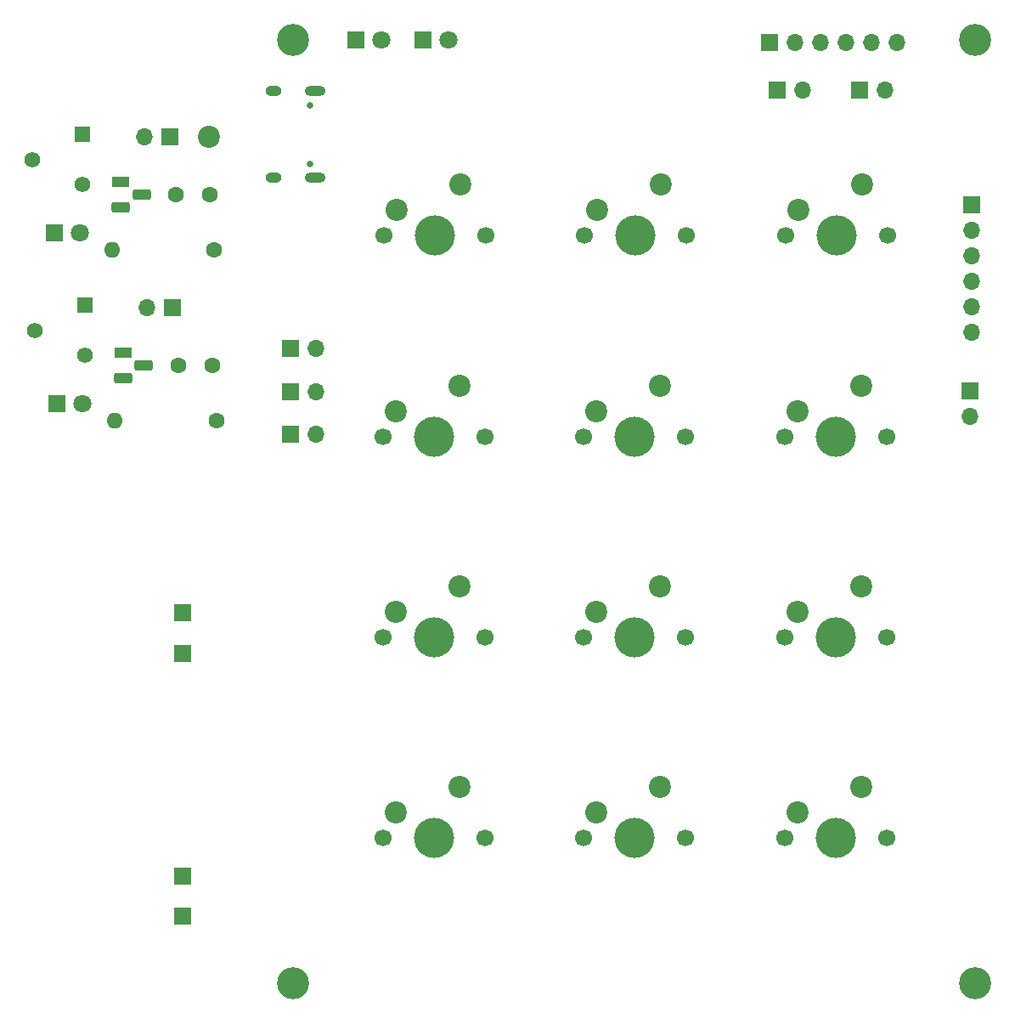
<source format=gbr>
%TF.GenerationSoftware,KiCad,Pcbnew,8.0.3*%
%TF.CreationDate,2024-09-19T18:37:29+03:00*%
%TF.ProjectId,JLC8,4a4c4338-2e6b-4696-9361-645f70636258,rev?*%
%TF.SameCoordinates,Original*%
%TF.FileFunction,Soldermask,Bot*%
%TF.FilePolarity,Negative*%
%FSLAX46Y46*%
G04 Gerber Fmt 4.6, Leading zero omitted, Abs format (unit mm)*
G04 Created by KiCad (PCBNEW 8.0.3) date 2024-09-19 18:37:29*
%MOMM*%
%LPD*%
G01*
G04 APERTURE LIST*
G04 Aperture macros list*
%AMRoundRect*
0 Rectangle with rounded corners*
0 $1 Rounding radius*
0 $2 $3 $4 $5 $6 $7 $8 $9 X,Y pos of 4 corners*
0 Add a 4 corners polygon primitive as box body*
4,1,4,$2,$3,$4,$5,$6,$7,$8,$9,$2,$3,0*
0 Add four circle primitives for the rounded corners*
1,1,$1+$1,$2,$3*
1,1,$1+$1,$4,$5*
1,1,$1+$1,$6,$7*
1,1,$1+$1,$8,$9*
0 Add four rect primitives between the rounded corners*
20,1,$1+$1,$2,$3,$4,$5,0*
20,1,$1+$1,$4,$5,$6,$7,0*
20,1,$1+$1,$6,$7,$8,$9,0*
20,1,$1+$1,$8,$9,$2,$3,0*%
G04 Aperture macros list end*
%ADD10C,3.200000*%
%ADD11C,1.700000*%
%ADD12C,4.000000*%
%ADD13C,2.200000*%
%ADD14R,1.800000X1.100000*%
%ADD15RoundRect,0.275000X-0.625000X0.275000X-0.625000X-0.275000X0.625000X-0.275000X0.625000X0.275000X0*%
%ADD16R,1.700000X1.700000*%
%ADD17O,1.700000X1.700000*%
%ADD18C,1.600000*%
%ADD19R,1.800000X1.800000*%
%ADD20C,1.800000*%
%ADD21O,1.600000X1.600000*%
%ADD22C,0.650000*%
%ADD23O,2.100000X1.000000*%
%ADD24O,1.600000X1.000000*%
%ADD25R,1.560000X1.560000*%
%ADD26C,1.560000*%
G04 APERTURE END LIST*
D10*
%TO.C,REF\u002A\u002A*%
X128756050Y-53467179D03*
%TD*%
D11*
%TO.C,SW4*%
X137756050Y-92967179D03*
D12*
X142836050Y-92967179D03*
D11*
X147916050Y-92967179D03*
D13*
X145376050Y-87887179D03*
X139026050Y-90427179D03*
%TD*%
D14*
%TO.C,Q7*%
X111831050Y-84637179D03*
D15*
X113901050Y-85907179D03*
X111831050Y-87177179D03*
%TD*%
D16*
%TO.C,J3*%
X196381050Y-69867179D03*
D17*
X196381050Y-72407179D03*
X196381050Y-74947179D03*
X196381050Y-77487179D03*
X196381050Y-80027179D03*
X196381050Y-82567179D03*
%TD*%
D18*
%TO.C,R3*%
X117102370Y-68888499D03*
X120502370Y-68888499D03*
%TD*%
%TO.C,R3*%
X117351050Y-85907179D03*
X120751050Y-85907179D03*
%TD*%
D16*
%TO.C,REF\u002A\u002A*%
X128481050Y-92717179D03*
D17*
X131021050Y-92717179D03*
%TD*%
D11*
%TO.C,SW10*%
X177756050Y-112967179D03*
D12*
X182836050Y-112967179D03*
D11*
X187916050Y-112967179D03*
D13*
X185376050Y-107887179D03*
X179026050Y-110427179D03*
%TD*%
D10*
%TO.C,REF\u002A\u002A*%
X196756050Y-147467179D03*
%TD*%
D13*
%TO.C,REF\u002A\u002A*%
X120351050Y-63107179D03*
%TD*%
D11*
%TO.C,SW2*%
X157836050Y-72967179D03*
D12*
X162916050Y-72967179D03*
D11*
X167996050Y-72967179D03*
D13*
X165456050Y-67887179D03*
X159106050Y-70427179D03*
%TD*%
D19*
%TO.C,D2*%
X141731050Y-53467179D03*
D20*
X144271050Y-53467179D03*
%TD*%
D16*
%TO.C,J3*%
X117769250Y-114587179D03*
%TD*%
D18*
%TO.C,R14*%
X120912370Y-74388499D03*
D21*
X110752370Y-74388499D03*
%TD*%
D22*
%TO.C,J1*%
X130436050Y-59997179D03*
X130436050Y-65777179D03*
D23*
X130966050Y-58567179D03*
D24*
X126786050Y-58567179D03*
D23*
X130966050Y-67207179D03*
D24*
X126786050Y-67207179D03*
%TD*%
D11*
%TO.C,SW13*%
X177756050Y-132967179D03*
D12*
X182836050Y-132967179D03*
D11*
X187916050Y-132967179D03*
D13*
X185376050Y-127887179D03*
X179026050Y-130427179D03*
%TD*%
D16*
%TO.C,J2*%
X117769250Y-110537179D03*
%TD*%
%TO.C,J3*%
X117769250Y-140787179D03*
%TD*%
D11*
%TO.C,SW9*%
X157756050Y-112967179D03*
D12*
X162836050Y-112967179D03*
D11*
X167916050Y-112967179D03*
D13*
X165376050Y-107887179D03*
X159026050Y-110427179D03*
%TD*%
D14*
%TO.C,Q7*%
X111582370Y-67618499D03*
D15*
X113652370Y-68888499D03*
X111582370Y-70158499D03*
%TD*%
D16*
%TO.C,J2*%
X176256050Y-53717179D03*
D17*
X178796050Y-53717179D03*
X181336050Y-53717179D03*
X183876050Y-53717179D03*
X186416050Y-53717179D03*
X188956050Y-53717179D03*
%TD*%
D10*
%TO.C,REF\u002A\u002A*%
X128756050Y-147467179D03*
%TD*%
D16*
%TO.C,BT1*%
X116776050Y-80157179D03*
D17*
X114236050Y-80157179D03*
%TD*%
D11*
%TO.C,SW7*%
X177756050Y-92967179D03*
D12*
X182836050Y-92967179D03*
D11*
X187916050Y-92967179D03*
D13*
X185376050Y-87887179D03*
X179026050Y-90427179D03*
%TD*%
D19*
%TO.C,D8*%
X105226050Y-89657179D03*
D20*
X107766050Y-89657179D03*
%TD*%
D11*
%TO.C,SW6*%
X157756050Y-92967179D03*
D12*
X162836050Y-92967179D03*
D11*
X167916050Y-92967179D03*
D13*
X165376050Y-87887179D03*
X159026050Y-90427179D03*
%TD*%
D19*
%TO.C,D1*%
X135006050Y-53467179D03*
D20*
X137546050Y-53467179D03*
%TD*%
D11*
%TO.C,SW1*%
X137836050Y-72967179D03*
D12*
X142916050Y-72967179D03*
D11*
X147996050Y-72967179D03*
D13*
X145456050Y-67887179D03*
X139106050Y-70427179D03*
%TD*%
D18*
%TO.C,R14*%
X121161050Y-91407179D03*
D21*
X111001050Y-91407179D03*
%TD*%
D16*
%TO.C,REF\u002A\u002A*%
X196256050Y-88442179D03*
D17*
X196256050Y-90982179D03*
%TD*%
D16*
%TO.C,J2*%
X117769250Y-136737179D03*
%TD*%
%TO.C,REF\u002A\u002A*%
X185231050Y-58467179D03*
D17*
X187771050Y-58467179D03*
%TD*%
D16*
%TO.C,BT1*%
X116527370Y-63138499D03*
D17*
X113987370Y-63138499D03*
%TD*%
D11*
%TO.C,SW8*%
X137756050Y-112967179D03*
D12*
X142836050Y-112967179D03*
D11*
X147916050Y-112967179D03*
D13*
X145376050Y-107887179D03*
X139026050Y-110427179D03*
%TD*%
D25*
%TO.C,RV3*%
X107742370Y-62888499D03*
D26*
X102742370Y-65388499D03*
X107742370Y-67888499D03*
%TD*%
D11*
%TO.C,SW11*%
X137756050Y-132967179D03*
D12*
X142836050Y-132967179D03*
D11*
X147916050Y-132967179D03*
D13*
X145376050Y-127887179D03*
X139026050Y-130427179D03*
%TD*%
D10*
%TO.C,REF\u002A\u002A*%
X196756050Y-53467179D03*
%TD*%
D19*
%TO.C,D8*%
X104977370Y-72638499D03*
D20*
X107517370Y-72638499D03*
%TD*%
D11*
%TO.C,SW12*%
X157756050Y-132967179D03*
D12*
X162836050Y-132967179D03*
D11*
X167916050Y-132967179D03*
D13*
X165376050Y-127887179D03*
X159026050Y-130427179D03*
%TD*%
D16*
%TO.C,REF\u002A\u002A*%
X128481050Y-84217179D03*
D17*
X131021050Y-84217179D03*
%TD*%
D25*
%TO.C,RV3*%
X107991050Y-79907179D03*
D26*
X102991050Y-82407179D03*
X107991050Y-84907179D03*
%TD*%
D11*
%TO.C,SW3*%
X177836050Y-72967179D03*
D12*
X182916050Y-72967179D03*
D11*
X187996050Y-72967179D03*
D13*
X185456050Y-67887179D03*
X179106050Y-70427179D03*
%TD*%
D16*
%TO.C,REF\u002A\u002A*%
X177006050Y-58467179D03*
D17*
X179546050Y-58467179D03*
%TD*%
D16*
%TO.C,REF\u002A\u002A*%
X128481050Y-88467179D03*
D17*
X131021050Y-88467179D03*
%TD*%
M02*

</source>
